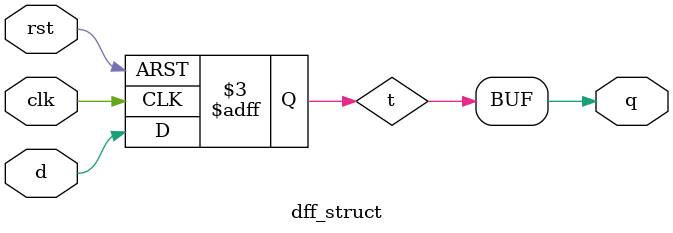
<source format=v>
`timescale 1ns / 1ps

/*
/////////////////////////////////////////////
//// COA LAB Assignment 5                ////
//// Group Number 23                     ////
//// Ashwani Kumar Kamal (20CS10011)     ////
//// Astitva (20CS30007)                 ////
/////////////////////////////////////////////
*/

// d flip flop structural
// inputs: d, clk, rst (rst is reset bit)
// outputs: q

module dff_struct(
    input d,
    input clk,
    input rst,
    output q
    );

    reg t = 0;

    // output q <- t
    assign q = t;

    always@(posedge clk or posedge rst)
    begin
        // if reset bit is 1 then t <- 0
        if(rst) 
            t = 0;
        // else continue t <- d
        else 
            t = d;
    end

endmodule
</source>
